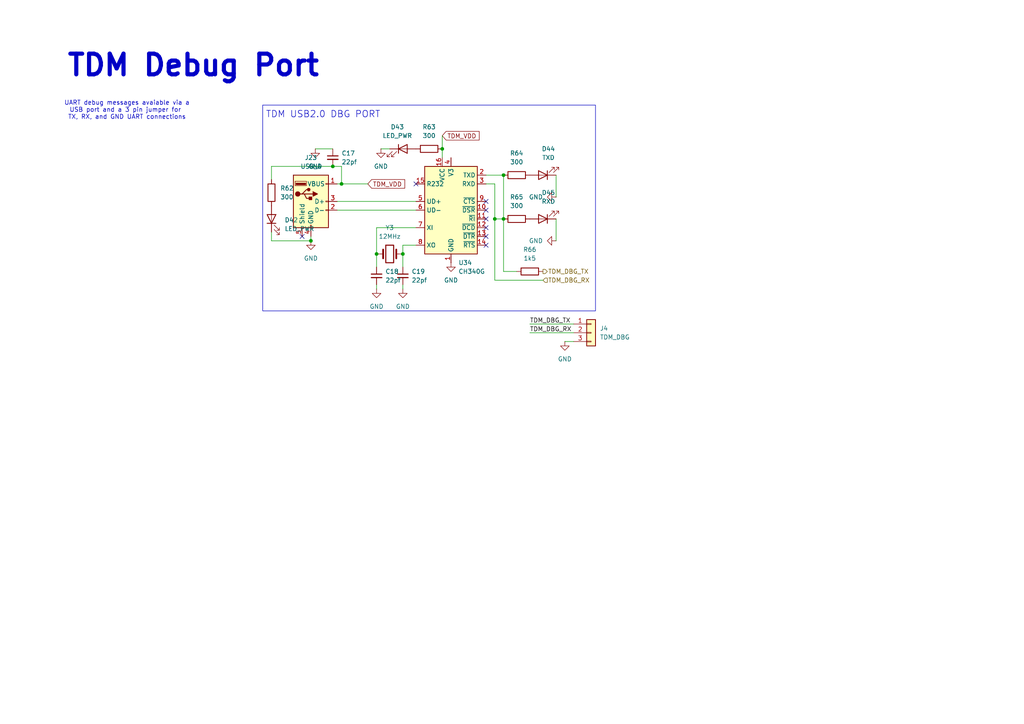
<source format=kicad_sch>
(kicad_sch (version 20250114) (generator "eeschema") (generator_version "9.0")
  (paper "A4")
  (title_block (date "2025-06") (rev "2"))
  (lib_symbols
    (symbol "Connector:USB_A" (pin_names (offset 1.016))
      (property "Reference" "J" (at -5.08 11.43 0))
      (property "Value" "USB_A" (at -5.08 8.89 0))
      (symbol "USB_A_0_1"
        (rectangle (start -5.08 -7.62) (end 5.08 7.62) (stroke (width 0.254)) (fill (type background)))
        (circle (center -3.81 2.159) (radius 0.635) (stroke (width 0.254)) (fill (type outline)))
        (polyline (pts (xy -3.175 2.159) (xy -2.54 2.159) (xy -1.27 3.429) (xy -0.635 3.429)) (stroke (width 0.254)))
        (polyline (pts (xy -2.54 2.159) (xy -1.905 2.159) (xy -1.27 0.889) (xy 0 0.889)) (stroke (width 0.254)))
        (rectangle (start -1.524 4.826) (end -4.318 5.334) (fill (type outline)))
        (rectangle (start -1.27 4.572) (end -4.572 5.842))
        (circle (center -0.635 3.429) (radius 0.381) (stroke (width 0.254)) (fill (type outline)))
        (rectangle (start -0.127 -7.62) (end 0.127 -6.858))
        (rectangle (start 0.254 1.27) (end -0.508 0.508) (stroke (width 0.254)) (fill (type outline)))
        (polyline (pts (xy 0.635 2.794) (xy 0.635 1.524) (xy 1.905 2.159) (xy 0.635 2.794)) (stroke (width 0.254)) (fill (type outline)))
        (rectangle (start 5.08 4.953) (end 4.318 5.207))
        (rectangle (start 5.08 -0.127) (end 4.318 0.127))
        (rectangle (start 5.08 -2.667) (end 4.318 -2.413))
      )
      (symbol "USB_A_1_1"
        (polyline (pts (xy -1.905 2.159) (xy 0.635 2.159)) (stroke (width 0.254)))
        (pin passive line (at -2.54 -10.16 90) (length 2.54) (name "Shield") (number "5"))
        (pin power_in line (at 0 -10.16 90) (length 2.54) (name "GND") (number "4"))
        (pin power_in line (at 7.62 5.08 180) (length 2.54) (name "VBUS") (number "1"))
        (pin bidirectional line (at 7.62 0 180) (length 2.54) (name "D+") (number "3"))
        (pin bidirectional line (at 7.62 -2.54 180) (length 2.54) (name "D-") (number "2"))
      )
    )
    (symbol "Connector_Generic:Conn_01x03" (pin_names (offset 1.016) (hide yes))
      (property "Reference" "J" (at 0 5.08 0))
      (property "Value" "Conn_01x03" (at 0 -5.08 0))
      (symbol "Conn_01x03_1_1"
        (rectangle (start -1.27 3.81) (end 1.27 -3.81) (stroke (width 0.254)) (fill (type background)))
        (rectangle (start -1.27 2.667) (end 0 2.413) (stroke (width 0.1524)))
        (rectangle (start -1.27 0.127) (end 0 -0.127) (stroke (width 0.1524)))
        (rectangle (start -1.27 -2.413) (end 0 -2.667) (stroke (width 0.1524)))
        (pin passive line (at -5.08 2.54 0) (length 3.81) (name "Pin_1") (number "1"))
        (pin passive line (at -5.08 0 0) (length 3.81) (name "Pin_2") (number "2"))
        (pin passive line (at -5.08 -2.54 0) (length 3.81) (name "Pin_3") (number "3"))
      )
    )
    (symbol "Device:C_Small" (pin_numbers (hide yes)) (pin_names (offset 0.254) (hide yes))
      (property "Reference" "C" (at 0.254 1.778 0))
      (property "Value" "C_Small" (at 0.254 -2.032 0))
      (symbol "C_Small_0_1"
        (polyline (pts (xy -1.524 0.508) (xy 1.524 0.508)) (stroke (width 0.3048)))
        (polyline (pts (xy -1.524 -0.508) (xy 1.524 -0.508)) (stroke (width 0.3302)))
      )
      (symbol "C_Small_1_1"
        (pin passive line (at 0 2.54 270) (length 2.032) (name "~") (number "1"))
        (pin passive line (at 0 -2.54 90) (length 2.032) (name "~") (number "2"))
      )
    )
    (symbol "Device:Crystal" (pin_numbers (hide yes)) (pin_names (offset 1.016) (hide yes))
      (property "Reference" "Y" (at 0 3.81 0))
      (property "Value" "Crystal" (at 0 -3.81 0))
      (symbol "Crystal_0_1"
        (polyline (pts (xy -2.54 0) (xy -1.905 0)))
        (polyline (pts (xy -1.905 -1.27) (xy -1.905 1.27)) (stroke (width 0.508)))
        (rectangle (start -1.143 2.54) (end 1.143 -2.54) (stroke (width 0.3048)))
        (polyline (pts (xy 1.905 -1.27) (xy 1.905 1.27)) (stroke (width 0.508)))
        (polyline (pts (xy 2.54 0) (xy 1.905 0)))
      )
      (symbol "Crystal_1_1"
        (pin passive line (at -3.81 0 0) (length 1.27) (name "1") (number "1"))
        (pin passive line (at 3.81 0 180) (length 1.27) (name "2") (number "2"))
      )
    )
    (symbol "Device:LED" (pin_numbers (hide yes)) (pin_names (offset 1.016) (hide yes))
      (property "Reference" "D" (at 0 2.54 0))
      (property "Value" "LED" (at 0 -2.54 0))
      (symbol "LED_0_1"
        (polyline (pts (xy -3.048 -0.762) (xy -4.572 -2.286) (xy -3.81 -2.286) (xy -4.572 -2.286) (xy -4.572 -1.524)))
        (polyline (pts (xy -1.778 -0.762) (xy -3.302 -2.286) (xy -2.54 -2.286) (xy -3.302 -2.286) (xy -3.302 -1.524)))
        (polyline (pts (xy -1.27 0) (xy 1.27 0)))
        (polyline (pts (xy -1.27 -1.27) (xy -1.27 1.27)) (stroke (width 0.254)))
        (polyline (pts (xy 1.27 -1.27) (xy 1.27 1.27) (xy -1.27 0) (xy 1.27 -1.27)) (stroke (width 0.254)))
      )
      (symbol "LED_1_1"
        (pin passive line (at -3.81 0 0) (length 2.54) (name "K") (number "1"))
        (pin passive line (at 3.81 0 180) (length 2.54) (name "A") (number "2"))
      )
    )
    (symbol "Device:R" (pin_numbers (hide yes)) (pin_names (offset 0))
      (property "Reference" "R" (at 2.032 0 90))
      (property "Value" "R" (at 0 0 90))
      (symbol "R_0_1"
        (rectangle (start -1.016 -2.54) (end 1.016 2.54) (stroke (width 0.254)))
      )
      (symbol "R_1_1"
        (pin passive line (at 0 3.81 270) (length 1.27) (name "~") (number "1"))
        (pin passive line (at 0 -3.81 90) (length 1.27) (name "~") (number "2"))
      )
    )
    (symbol "Interface_USB:CH340G"
      (property "Reference" "U" (at -5.08 13.97 0))
      (property "Value" "CH340G" (at 1.27 13.97 0))
      (symbol "CH340G_0_1"
        (rectangle (start -7.62 12.7) (end 7.62 -12.7) (stroke (width 0.254)) (fill (type background)))
      )
      (symbol "CH340G_1_1"
        (pin input line (at -10.16 7.62 0) (length 2.54) (name "R232") (number "15"))
        (pin bidirectional line (at -10.16 2.54 0) (length 2.54) (name "UD+") (number "5"))
        (pin bidirectional line (at -10.16 0 0) (length 2.54) (name "UD-") (number "6"))
        (pin input line (at -10.16 -5.08 0) (length 2.54) (name "XI") (number "7"))
        (pin output line (at -10.16 -10.16 0) (length 2.54) (name "XO") (number "8"))
        (pin power_in line (at -2.54 15.24 270) (length 2.54) (name "VCC") (number "16"))
        (pin power_out line (at 0 15.24 270) (length 2.54) (name "V3") (number "4"))
        (pin power_in line (at 0 -15.24 90) (length 2.54) (name "GND") (number "1"))
        (pin output line (at 10.16 10.16 180) (length 2.54) (name "TXD") (number "2"))
        (pin input line (at 10.16 7.62 180) (length 2.54) (name "RXD") (number "3"))
        (pin input line (at 10.16 2.54 180) (length 2.54) (name "~{CTS}") (number "9"))
        (pin input line (at 10.16 0 180) (length 2.54) (name "~{DSR}") (number "10"))
        (pin input line (at 10.16 -2.54 180) (length 2.54) (name "~{RI}") (number "11"))
        (pin input line (at 10.16 -5.08 180) (length 2.54) (name "~{DCD}") (number "12"))
        (pin output line (at 10.16 -7.62 180) (length 2.54) (name "~{DTR}") (number "13"))
        (pin output line (at 10.16 -10.16 180) (length 2.54) (name "~{RTS}") (number "14"))
      )
    )
    (symbol "power:GND" (power) (pin_numbers (hide yes)) (pin_names (offset 0) (hide yes))
      (property "Value" "GND" (at 0 -3.81 0))
      (symbol "GND_0_1"
        (polyline (pts (xy 0 0) (xy 0 -1.27) (xy 1.27 -1.27) (xy 0 -2.54) (xy -1.27 -1.27) (xy 0 -1.27)))
      )
      (symbol "GND_1_1"
        (pin power_in line (at 0 0 270) (length 0) (name "~") (number "1"))
      )
    )
  )
  (rectangle (start 76.2 30.48) (end 172.72 90.17))
  (text "UART debug messages avaiable via a\nUSB port and a 3 pin jumper for \nTX, RX, and GND UART connections" (at 36.83 32.004 0) (effects (font (size 1.27 1.27))))
  (text "TDM Debug Port" (at 19.05 22.606 0) (effects (font (size 5.9944 5.9944) (thickness 1.1989) (bold yes)) (justify left bottom)))
  (text "TDM USB2.0 DBG PORT" (at 93.726 33.274 0) (effects (font (size 1.905 1.905))))
  (junction (at 146.05 50.8))
  (junction (at 116.84 73.66))
  (junction (at 143.51 63.5))
  (junction (at 90.17 69.85))
  (junction (at 128.27 43.18))
  (junction (at 96.52 48.26))
  (junction (at 99.06 53.34))
  (junction (at 146.05 63.5))
  (junction (at 109.22 73.66))
  (no_connect (at 140.97 68.58))
  (no_connect (at 140.97 71.12))
  (no_connect (at 140.97 60.96))
  (no_connect (at 120.65 53.34))
  (no_connect (at 87.63 68.58))
  (no_connect (at 140.97 66.04))
  (no_connect (at 140.97 58.42))
  (no_connect (at 140.97 63.5))
  (wire (pts (xy 78.74 48.26) (xy 78.74 52.07)))
  (wire (pts (xy 109.22 66.04) (xy 109.22 73.66)))
  (wire (pts (xy 146.05 50.8) (xy 146.05 63.5)))
  (wire (pts (xy 161.29 63.5) (xy 161.29 69.85)))
  (wire (pts (xy 128.27 43.18) (xy 128.27 45.72)))
  (wire (pts (xy 146.05 78.74) (xy 149.86 78.74)))
  (wire (pts (xy 153.67 96.52) (xy 166.37 96.52)))
  (wire (pts (xy 99.06 53.34) (xy 97.79 53.34)))
  (wire (pts (xy 161.29 50.8) (xy 161.29 57.15)))
  (wire (pts (xy 153.67 93.98) (xy 166.37 93.98)))
  (wire (pts (xy 97.79 58.42) (xy 120.65 58.42)))
  (wire (pts (xy 96.52 48.26) (xy 78.74 48.26)))
  (wire (pts (xy 140.97 50.8) (xy 146.05 50.8)))
  (wire (pts (xy 140.97 53.34) (xy 143.51 53.34)))
  (wire (pts (xy 143.51 81.28) (xy 157.48 81.28)))
  (wire (pts (xy 90.17 69.85) (xy 90.17 68.58)))
  (wire (pts (xy 91.44 43.18) (xy 96.52 43.18)))
  (wire (pts (xy 109.22 66.04) (xy 120.65 66.04)))
  (wire (pts (xy 99.06 48.26) (xy 99.06 53.34)))
  (wire (pts (xy 116.84 73.66) (xy 116.84 77.47)))
  (wire (pts (xy 99.06 53.34) (xy 106.68 53.34)))
  (wire (pts (xy 78.74 69.85) (xy 78.74 67.31)))
  (wire (pts (xy 143.51 63.5) (xy 146.05 63.5)))
  (wire (pts (xy 116.84 71.12) (xy 116.84 73.66)))
  (wire (pts (xy 109.22 82.55) (xy 109.22 83.82)))
  (wire (pts (xy 143.51 53.34) (xy 143.51 63.5)))
  (wire (pts (xy 90.17 69.85) (xy 78.74 69.85)))
  (wire (pts (xy 97.79 60.96) (xy 120.65 60.96)))
  (wire (pts (xy 116.84 82.55) (xy 116.84 83.82)))
  (wire (pts (xy 110.49 43.18) (xy 113.03 43.18)))
  (wire (pts (xy 143.51 63.5) (xy 143.51 81.28)))
  (wire (pts (xy 99.06 48.26) (xy 96.52 48.26)))
  (wire (pts (xy 163.83 99.06) (xy 166.37 99.06)))
  (wire (pts (xy 128.27 39.37) (xy 128.27 43.18)))
  (wire (pts (xy 116.84 71.12) (xy 120.65 71.12)))
  (wire (pts (xy 146.05 63.5) (xy 146.05 78.74)))
  (wire (pts (xy 109.22 73.66) (xy 109.22 77.47)))
  (label "TDM_DBG_TX" (at 153.67 93.98 0))
  (label "TDM_DBG_RX" (at 153.67 96.52 0))
  (global_label "TDM_VDD" (shape input) (at 106.68 53.34 0) (property "Intersheetrefs" "${INTERSHEET_REFS}" (effects (hide yes))))
  (global_label "TDM_VDD" (shape input) (at 128.27 39.37 0) (property "Intersheetrefs" "${INTERSHEET_REFS}" (effects (hide yes))))
  (hierarchical_label "TDM_DBG_RX" (shape input) (at 157.48 81.28 0))
  (hierarchical_label "TDM_DBG_TX" (shape output) (at 157.48 78.74 0))
  (symbol (lib_id "Device:Crystal") (at 113.03 73.66 0) (unit 1)
    (property "Reference" "Y3" (at 113.03 66.04 0))
    (property "Value" "12MHz" (at 113.03 68.58 0))
    (property "Footprint" "Crystal:Crystal_C26-LF_D2.1mm_L6.5mm_Horizontal" (effects (hide yes)))
    (property "Description" "Two pin crystal" (effects (hide yes)))
  )
  (symbol (lib_id "Device:LED") (at 157.48 50.8 180) (unit 1)
    (property "Reference" "D44" (at 159.0675 43.18 0))
    (property "Value" "TXD" (at 159.0675 45.72 0))
    (property "Footprint" "LED_SMD:LED_0603_1608Metric" (effects (hide yes)))
    (property "Description" "Light emitting diode" (effects (hide yes)))
    (property "Sim.Pins" "1=K 2=A" (effects (hide yes)))
  )
  (symbol (lib_id "Device:LED") (at 116.84 43.18 0) (unit 1)
    (property "Reference" "D43" (at 115.2525 36.83 0))
    (property "Value" "LED_PWR" (at 115.2525 39.37 0))
    (property "Footprint" "LED_SMD:LED_0603_1608Metric" (effects (hide yes)))
    (property "Description" "Light emitting diode" (effects (hide yes)))
    (property "Sim.Pins" "1=K 2=A" (effects (hide yes)))
  )
  (symbol (lib_id "power:GND") (at 90.17 69.85 0) (unit 1)
    (property "Reference" "#PWR0155" (effects (hide yes)))
    (property "Value" "GND" (at 90.17 74.93 0))
    (property "Description" "Power symbol creates a global label with name \"GND\" , ground" (effects (hide yes)))
  )
  (symbol (lib_id "power:GND") (at 161.29 69.85 270) (mirror x) (unit 1)
    (property "Reference" "#PWR0161" (effects (hide yes)))
    (property "Value" "GND" (at 157.48 69.8499 90) (effects (justify right)))
    (property "Description" "Power symbol creates a global label with name \"GND\" , ground" (effects (hide yes)))
  )
  (symbol (lib_id "power:GND") (at 109.22 83.82 0) (mirror y) (unit 1)
    (property "Reference" "#PWR0156" (effects (hide yes)))
    (property "Value" "GND" (at 109.22 88.9 0))
    (property "Description" "Power symbol creates a global label with name \"GND\" , ground" (effects (hide yes)))
  )
  (symbol (lib_id "Device:R") (at 149.86 63.5 90) (unit 1)
    (property "Reference" "R65" (at 149.86 57.15 90))
    (property "Value" "300" (at 149.86 59.69 90))
    (property "Footprint" "Resistor_SMD:R_0805_2012Metric_Pad1.20x1.40mm_HandSolder" (effects (hide yes)))
    (property "Description" "Resistor" (effects (hide yes)))
    (property "DigiKey_Part_Number" "311-10.0KCRCT-ND" (effects (hide yes)))
    (property "Price" "0.0129" (effects (hide yes)))
  )
  (symbol (lib_id "power:GND") (at 161.29 57.15 270) (mirror x) (unit 1)
    (property "Reference" "#PWR0160" (effects (hide yes)))
    (property "Value" "GND" (at 157.48 57.1499 90) (effects (justify right)))
    (property "Description" "Power symbol creates a global label with name \"GND\" , ground" (effects (hide yes)))
  )
  (symbol (lib_id "power:GND") (at 130.81 76.2 0) (mirror y) (unit 1)
    (property "Reference" "#PWR0159" (effects (hide yes)))
    (property "Value" "GND" (at 130.81 81.28 0))
    (property "Description" "Power symbol creates a global label with name \"GND\" , ground" (effects (hide yes)))
  )
  (symbol (lib_id "Device:R") (at 149.86 50.8 90) (unit 1)
    (property "Reference" "R64" (at 149.86 44.45 90))
    (property "Value" "300" (at 149.86 46.99 90))
    (property "Footprint" "Resistor_SMD:R_0805_2012Metric_Pad1.20x1.40mm_HandSolder" (effects (hide yes)))
    (property "Description" "Resistor" (effects (hide yes)))
    (property "DigiKey_Part_Number" "311-10.0KCRCT-ND" (effects (hide yes)))
    (property "Price" "0.0129" (effects (hide yes)))
  )
  (symbol (lib_id "Device:C_Small") (at 116.84 80.01 0) (unit 1)
    (property "Reference" "C19" (at 119.38 78.7462 0) (effects (justify left)))
    (property "Value" "22pf" (at 119.38 81.2862 0) (effects (justify left)))
    (property "Footprint" "Capacitor_SMD:C_0805_2012Metric" (effects (hide yes)))
    (property "Description" "Unpolarized capacitor, small symbol" (effects (hide yes)))
  )
  (symbol (lib_id "power:GND") (at 116.84 83.82 0) (mirror y) (unit 1)
    (property "Reference" "#PWR0158" (effects (hide yes)))
    (property "Value" "GND" (at 116.84 88.9 0))
    (property "Description" "Power symbol creates a global label with name \"GND\" , ground" (effects (hide yes)))
  )
  (symbol (lib_id "Device:LED") (at 78.74 63.5 90) (unit 1)
    (property "Reference" "D42" (at 82.55 63.8174 90) (effects (justify right)))
    (property "Value" "LED_PWR" (at 82.55 66.3574 90) (effects (justify right)))
    (property "Footprint" "LED_SMD:LED_0603_1608Metric" (effects (hide yes)))
    (property "Description" "Light emitting diode" (effects (hide yes)))
    (property "Sim.Pins" "1=K 2=A" (effects (hide yes)))
  )
  (symbol (lib_id "Device:R") (at 78.74 55.88 180) (unit 1)
    (property "Reference" "R62" (at 81.28 54.6099 0) (effects (justify right)))
    (property "Value" "300" (at 81.28 57.1499 0) (effects (justify right)))
    (property "Footprint" "Resistor_SMD:R_0805_2012Metric_Pad1.20x1.40mm_HandSolder" (effects (hide yes)))
    (property "Description" "Resistor" (effects (hide yes)))
    (property "DigiKey_Part_Number" "311-10.0KCRCT-ND" (effects (hide yes)))
    (property "Price" "0.0129" (effects (hide yes)))
  )
  (symbol (lib_id "Device:C_Small") (at 96.52 45.72 0) (unit 1)
    (property "Reference" "C17" (at 99.06 44.4562 0) (effects (justify left)))
    (property "Value" "22pf" (at 99.06 46.9962 0) (effects (justify left)))
    (property "Footprint" "Capacitor_SMD:C_0805_2012Metric" (effects (hide yes)))
    (property "Description" "Unpolarized capacitor, small symbol" (effects (hide yes)))
  )
  (symbol (lib_id "Device:R") (at 124.46 43.18 90) (unit 1)
    (property "Reference" "R63" (at 124.46 36.83 90))
    (property "Value" "300" (at 124.46 39.37 90))
    (property "Footprint" "Resistor_SMD:R_0805_2012Metric_Pad1.20x1.40mm_HandSolder" (effects (hide yes)))
    (property "Description" "Resistor" (effects (hide yes)))
    (property "DigiKey_Part_Number" "311-10.0KCRCT-ND" (effects (hide yes)))
    (property "Price" "0.0129" (effects (hide yes)))
  )
  (symbol (lib_id "Connector:USB_A") (at 90.17 58.42 0) (unit 1)
    (property "Reference" "J23" (at 90.17 45.72 0))
    (property "Value" "USB_A" (at 90.17 48.26 0))
    (property "Footprint" "Connector_USB:USB_A_CNCTech_1001-011-01101_Horizontal" (effects (hide yes)))
    (property "Description" "USB Type A connector" (effects (hide yes)))
  )
  (symbol (lib_id "power:GND") (at 163.83 99.06 0) (unit 1)
    (property "Reference" "#PWR047" (effects (hide yes)))
    (property "Value" "GND" (at 163.83 104.14 0))
    (property "Description" "Power symbol creates a global label with name \"GND\" , ground" (effects (hide yes)))
  )
  (symbol (lib_id "Connector_Generic:Conn_01x03") (at 171.45 96.52 0) (unit 1)
    (property "Reference" "J4" (at 173.99 95.2499 0) (effects (justify left)))
    (property "Value" "TDM_DBG" (at 173.99 97.7899 0) (effects (justify left)))
    (property "Footprint" "Connector_PinHeader_1.00mm:PinHeader_1x03_P1.00mm_Horizontal" (effects (hide yes)))
    (property "Description" "Generic connector, single row, 01x03, script generated (kicad-library-utils/schlib/autogen/connector/)" (effects (hide yes)))
  )
  (symbol (lib_id "power:GND") (at 110.49 43.18 0) (mirror y) (unit 1)
    (property "Reference" "#PWR0157" (effects (hide yes)))
    (property "Value" "GND" (at 110.49 48.26 0))
    (property "Description" "Power symbol creates a global label with name \"GND\" , ground" (effects (hide yes)))
  )
  (symbol (lib_id "power:GND") (at 91.44 43.18 0) (unit 1)
    (property "Reference" "#PWR0178" (effects (hide yes)))
    (property "Value" "GND" (at 91.44 48.26 0))
    (property "Description" "Power symbol creates a global label with name \"GND\" , ground" (effects (hide yes)))
  )
  (symbol (lib_id "Device:R") (at 153.67 78.74 90) (unit 1)
    (property "Reference" "R66" (at 153.67 72.39 90))
    (property "Value" "1k5" (at 153.67 74.93 90))
    (property "Footprint" "Resistor_SMD:R_0805_2012Metric_Pad1.20x1.40mm_HandSolder" (effects (hide yes)))
    (property "Description" "Resistor" (effects (hide yes)))
    (property "DigiKey_Part_Number" "311-10.0KCRCT-ND" (effects (hide yes)))
    (property "Price" "0.0129" (effects (hide yes)))
  )
  (symbol (lib_id "Device:C_Small") (at 109.22 80.01 0) (unit 1)
    (property "Reference" "C18" (at 111.76 78.7462 0) (effects (justify left)))
    (property "Value" "22pf" (at 111.76 81.2862 0) (effects (justify left)))
    (property "Footprint" "Capacitor_SMD:C_0805_2012Metric" (effects (hide yes)))
    (property "Description" "Unpolarized capacitor, small symbol" (effects (hide yes)))
  )
  (symbol (lib_id "Interface_USB:CH340G") (at 130.81 60.96 0) (unit 1)
    (property "Reference" "U34" (at 132.9533 76.2 0) (effects (justify left)))
    (property "Value" "CH340G" (at 132.9533 78.74 0) (effects (justify left)))
    (property "Footprint" "Package_SO:SOIC-16_3.9x9.9mm_P1.27mm" (effects (hide yes)))
    (property "Datasheet" "http://www.datasheet5.com/pdf-local-2195953" (effects (hide yes)))
    (property "Description" "USB serial converter, UART, SOIC-16" (effects (hide yes)))
  )
  (symbol (lib_id "Device:LED") (at 157.48 63.5 180) (unit 1)
    (property "Reference" "D45" (at 159.0675 55.88 0))
    (property "Value" "RXD" (at 159.0675 58.42 0))
    (property "Footprint" "LED_SMD:LED_0603_1608Metric" (effects (hide yes)))
    (property "Description" "Light emitting diode" (effects (hide yes)))
    (property "Sim.Pins" "1=K 2=A" (effects (hide yes)))
  )
)
</source>
